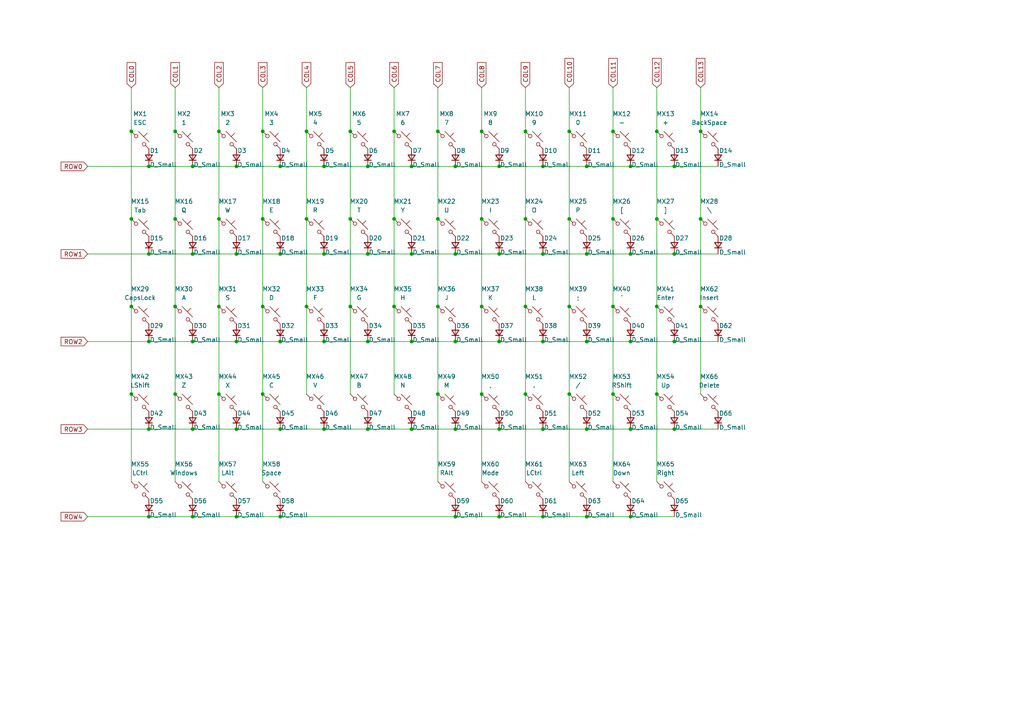
<source format=kicad_sch>
(kicad_sch (version 20231120) (generator "eeschema") (generator_version "8.0")
  (paper "A4")
  (junction (at 132.08 149.86))
  (junction (at 195.58 99.06))
  (junction (at 76.2 114.3))
  (junction (at 101.6 63.5))
  (junction (at 38.1 63.5))
  (junction (at 170.18 124.46))
  (junction (at 50.8 38.1))
  (junction (at 81.28 124.46))
  (junction (at 182.88 73.66))
  (junction (at 127 114.3))
  (junction (at 119.38 124.46))
  (junction (at 101.6 88.9))
  (junction (at 139.7 114.3))
  (junction (at 139.7 38.1))
  (junction (at 81.28 73.66))
  (junction (at 119.38 73.66))
  (junction (at 170.18 99.06))
  (junction (at 165.1 88.9))
  (junction (at 190.5 63.5))
  (junction (at 55.88 99.06))
  (junction (at 106.68 124.46))
  (junction (at 170.18 73.66))
  (junction (at 152.4 88.9))
  (junction (at 68.58 73.66))
  (junction (at 114.3 38.1))
  (junction (at 139.7 88.9))
  (junction (at 81.28 149.86))
  (junction (at 132.08 124.46))
  (junction (at 76.2 63.5))
  (junction (at 165.1 114.3))
  (junction (at 177.8 38.1))
  (junction (at 50.8 63.5))
  (junction (at 165.1 38.1))
  (junction (at 43.18 149.86))
  (junction (at 144.78 48.26))
  (junction (at 182.88 99.06))
  (junction (at 106.68 99.06))
  (junction (at 55.88 124.46))
  (junction (at 203.2 63.5))
  (junction (at 93.98 48.26))
  (junction (at 144.78 73.66))
  (junction (at 43.18 124.46))
  (junction (at 157.48 99.06))
  (junction (at 132.08 48.26))
  (junction (at 177.8 88.9))
  (junction (at 195.58 73.66))
  (junction (at 38.1 114.3))
  (junction (at 76.2 38.1))
  (junction (at 38.1 38.1))
  (junction (at 152.4 38.1))
  (junction (at 182.88 48.26))
  (junction (at 55.88 149.86))
  (junction (at 170.18 149.86))
  (junction (at 127 38.1))
  (junction (at 68.58 48.26))
  (junction (at 190.5 38.1))
  (junction (at 182.88 124.46))
  (junction (at 38.1 88.9))
  (junction (at 63.5 38.1))
  (junction (at 43.18 73.66))
  (junction (at 76.2 88.9))
  (junction (at 132.08 99.06))
  (junction (at 55.88 73.66))
  (junction (at 114.3 88.9))
  (junction (at 139.7 63.5))
  (junction (at 144.78 124.46))
  (junction (at 93.98 124.46))
  (junction (at 81.28 48.26))
  (junction (at 177.8 63.5))
  (junction (at 195.58 124.46))
  (junction (at 106.68 73.66))
  (junction (at 119.38 99.06))
  (junction (at 101.6 38.1))
  (junction (at 50.8 114.3))
  (junction (at 55.88 48.26))
  (junction (at 68.58 149.86))
  (junction (at 152.4 114.3))
  (junction (at 81.28 99.06))
  (junction (at 195.58 48.26))
  (junction (at 144.78 99.06))
  (junction (at 43.18 48.26))
  (junction (at 68.58 124.46))
  (junction (at 106.68 48.26))
  (junction (at 177.8 114.3))
  (junction (at 88.9 38.1))
  (junction (at 157.48 73.66))
  (junction (at 190.5 88.9))
  (junction (at 132.08 73.66))
  (junction (at 50.8 88.9))
  (junction (at 63.5 63.5))
  (junction (at 63.5 114.3))
  (junction (at 68.58 99.06))
  (junction (at 157.48 48.26))
  (junction (at 203.2 88.9))
  (junction (at 88.9 88.9))
  (junction (at 190.5 114.3))
  (junction (at 170.18 48.26))
  (junction (at 165.1 63.5))
  (junction (at 114.3 63.5))
  (junction (at 144.78 149.86))
  (junction (at 119.38 48.26))
  (junction (at 43.18 99.06))
  (junction (at 203.2 38.1))
  (junction (at 93.98 73.66))
  (junction (at 157.48 149.86))
  (junction (at 88.9 63.5))
  (junction (at 127 63.5))
  (junction (at 182.88 149.86))
  (junction (at 63.5 88.9))
  (junction (at 152.4 63.5))
  (junction (at 157.48 124.46))
  (junction (at 93.98 99.06))
  (junction (at 127 88.9))
  (wire (pts (xy 114.3 63.5) (xy 114.3 88.9)))
  (wire (pts (xy 182.88 73.66) (xy 195.58 73.66)))
  (wire (pts (xy 182.88 149.86) (xy 195.58 149.86)))
  (wire (pts (xy 106.68 73.66) (xy 119.38 73.66)))
  (wire (pts (xy 195.58 124.46) (xy 208.28 124.46)))
  (wire (pts (xy 63.5 38.1) (xy 63.5 63.5)))
  (wire (pts (xy 144.78 73.66) (xy 157.48 73.66)))
  (wire (pts (xy 139.7 88.9) (xy 139.7 114.3)))
  (wire (pts (xy 38.1 88.9) (xy 38.1 114.3)))
  (wire (pts (xy 190.5 88.9) (xy 190.5 114.3)))
  (wire (pts (xy 50.8 114.3) (xy 50.8 139.7)))
  (wire (pts (xy 127 38.1) (xy 127 63.5)))
  (wire (pts (xy 25.4 48.26) (xy 43.18 48.26)))
  (wire (pts (xy 203.2 88.9) (xy 203.2 114.3)))
  (wire (pts (xy 50.8 25.4) (xy 50.8 38.1)))
  (wire (pts (xy 195.58 48.26) (xy 208.28 48.26)))
  (wire (pts (xy 170.18 48.26) (xy 182.88 48.26)))
  (wire (pts (xy 132.08 48.26) (xy 144.78 48.26)))
  (wire (pts (xy 203.2 63.5) (xy 203.2 88.9)))
  (wire (pts (xy 101.6 88.9) (xy 101.6 114.3)))
  (wire (pts (xy 139.7 63.5) (xy 139.7 88.9)))
  (wire (pts (xy 68.58 73.66) (xy 81.28 73.66)))
  (wire (pts (xy 38.1 114.3) (xy 38.1 139.7)))
  (wire (pts (xy 68.58 99.06) (xy 81.28 99.06)))
  (wire (pts (xy 157.48 73.66) (xy 170.18 73.66)))
  (wire (pts (xy 50.8 63.5) (xy 50.8 88.9)))
  (wire (pts (xy 114.3 88.9) (xy 114.3 114.3)))
  (wire (pts (xy 182.88 99.06) (xy 195.58 99.06)))
  (wire (pts (xy 93.98 124.46) (xy 106.68 124.46)))
  (wire (pts (xy 38.1 63.5) (xy 38.1 88.9)))
  (wire (pts (xy 144.78 99.06) (xy 157.48 99.06)))
  (wire (pts (xy 43.18 73.66) (xy 55.88 73.66)))
  (wire (pts (xy 76.2 114.3) (xy 76.2 139.7)))
  (wire (pts (xy 106.68 124.46) (xy 119.38 124.46)))
  (wire (pts (xy 43.18 124.46) (xy 55.88 124.46)))
  (wire (pts (xy 165.1 38.1) (xy 165.1 63.5)))
  (wire (pts (xy 139.7 114.3) (xy 139.7 139.7)))
  (wire (pts (xy 165.1 114.3) (xy 165.1 139.7)))
  (wire (pts (xy 144.78 48.26) (xy 157.48 48.26)))
  (wire (pts (xy 170.18 124.46) (xy 182.88 124.46)))
  (wire (pts (xy 170.18 99.06) (xy 182.88 99.06)))
  (wire (pts (xy 106.68 48.26) (xy 119.38 48.26)))
  (wire (pts (xy 25.4 99.06) (xy 43.18 99.06)))
  (wire (pts (xy 165.1 63.5) (xy 165.1 88.9)))
  (wire (pts (xy 127 88.9) (xy 127 114.3)))
  (wire (pts (xy 38.1 38.1) (xy 38.1 63.5)))
  (wire (pts (xy 55.88 149.86) (xy 68.58 149.86)))
  (wire (pts (xy 25.4 73.66) (xy 43.18 73.66)))
  (wire (pts (xy 195.58 73.66) (xy 208.28 73.66)))
  (wire (pts (xy 81.28 73.66) (xy 93.98 73.66)))
  (wire (pts (xy 63.5 114.3) (xy 63.5 139.7)))
  (wire (pts (xy 68.58 124.46) (xy 81.28 124.46)))
  (wire (pts (xy 50.8 38.1) (xy 50.8 63.5)))
  (wire (pts (xy 93.98 99.06) (xy 106.68 99.06)))
  (wire (pts (xy 68.58 48.26) (xy 81.28 48.26)))
  (wire (pts (xy 43.18 99.06) (xy 55.88 99.06)))
  (wire (pts (xy 203.2 38.1) (xy 203.2 63.5)))
  (wire (pts (xy 114.3 25.4) (xy 114.3 38.1)))
  (wire (pts (xy 88.9 88.9) (xy 88.9 114.3)))
  (wire (pts (xy 93.98 73.66) (xy 106.68 73.66)))
  (wire (pts (xy 88.9 63.5) (xy 88.9 88.9)))
  (wire (pts (xy 195.58 99.06) (xy 208.28 99.06)))
  (wire (pts (xy 190.5 114.3) (xy 190.5 139.7)))
  (wire (pts (xy 152.4 25.4) (xy 152.4 38.1)))
  (wire (pts (xy 152.4 114.3) (xy 152.4 139.7)))
  (wire (pts (xy 101.6 63.5) (xy 101.6 88.9)))
  (wire (pts (xy 132.08 73.66) (xy 144.78 73.66)))
  (wire (pts (xy 165.1 88.9) (xy 165.1 114.3)))
  (wire (pts (xy 177.8 88.9) (xy 177.8 114.3)))
  (wire (pts (xy 119.38 99.06) (xy 132.08 99.06)))
  (wire (pts (xy 76.2 63.5) (xy 76.2 88.9)))
  (wire (pts (xy 119.38 73.66) (xy 132.08 73.66)))
  (wire (pts (xy 157.48 99.06) (xy 170.18 99.06)))
  (wire (pts (xy 139.7 25.4) (xy 139.7 38.1)))
  (wire (pts (xy 157.48 48.26) (xy 170.18 48.26)))
  (wire (pts (xy 55.88 99.06) (xy 68.58 99.06)))
  (wire (pts (xy 119.38 48.26) (xy 132.08 48.26)))
  (wire (pts (xy 165.1 25.4) (xy 165.1 38.1)))
  (wire (pts (xy 81.28 99.06) (xy 93.98 99.06)))
  (wire (pts (xy 152.4 38.1) (xy 152.4 63.5)))
  (wire (pts (xy 43.18 48.26) (xy 55.88 48.26)))
  (wire (pts (xy 25.4 149.86) (xy 43.18 149.86)))
  (wire (pts (xy 76.2 88.9) (xy 76.2 114.3)))
  (wire (pts (xy 81.28 48.26) (xy 93.98 48.26)))
  (wire (pts (xy 132.08 149.86) (xy 144.78 149.86)))
  (wire (pts (xy 81.28 149.86) (xy 132.08 149.86)))
  (wire (pts (xy 25.4 124.46) (xy 43.18 124.46)))
  (wire (pts (xy 63.5 63.5) (xy 63.5 88.9)))
  (wire (pts (xy 182.88 48.26) (xy 195.58 48.26)))
  (wire (pts (xy 55.88 48.26) (xy 68.58 48.26)))
  (wire (pts (xy 157.48 124.46) (xy 170.18 124.46)))
  (wire (pts (xy 63.5 88.9) (xy 63.5 114.3)))
  (wire (pts (xy 190.5 25.4) (xy 190.5 38.1)))
  (wire (pts (xy 101.6 38.1) (xy 101.6 63.5)))
  (wire (pts (xy 139.7 38.1) (xy 139.7 63.5)))
  (wire (pts (xy 190.5 38.1) (xy 190.5 63.5)))
  (wire (pts (xy 132.08 124.46) (xy 144.78 124.46)))
  (wire (pts (xy 152.4 63.5) (xy 152.4 88.9)))
  (wire (pts (xy 170.18 73.66) (xy 182.88 73.66)))
  (wire (pts (xy 43.18 149.86) (xy 55.88 149.86)))
  (wire (pts (xy 144.78 124.46) (xy 157.48 124.46)))
  (wire (pts (xy 177.8 63.5) (xy 177.8 88.9)))
  (wire (pts (xy 152.4 88.9) (xy 152.4 114.3)))
  (wire (pts (xy 127 25.4) (xy 127 38.1)))
  (wire (pts (xy 127 114.3) (xy 127 139.7)))
  (wire (pts (xy 127 63.5) (xy 127 88.9)))
  (wire (pts (xy 182.88 124.46) (xy 195.58 124.46)))
  (wire (pts (xy 132.08 99.06) (xy 144.78 99.06)))
  (wire (pts (xy 81.28 124.46) (xy 93.98 124.46)))
  (wire (pts (xy 106.68 99.06) (xy 119.38 99.06)))
  (wire (pts (xy 144.78 149.86) (xy 157.48 149.86)))
  (wire (pts (xy 55.88 73.66) (xy 68.58 73.66)))
  (wire (pts (xy 88.9 38.1) (xy 88.9 63.5)))
  (wire (pts (xy 38.1 25.4) (xy 38.1 38.1)))
  (wire (pts (xy 76.2 38.1) (xy 76.2 63.5)))
  (wire (pts (xy 76.2 25.4) (xy 76.2 38.1)))
  (wire (pts (xy 68.58 149.86) (xy 81.28 149.86)))
  (wire (pts (xy 55.88 124.46) (xy 68.58 124.46)))
  (wire (pts (xy 119.38 124.46) (xy 132.08 124.46)))
  (wire (pts (xy 177.8 38.1) (xy 177.8 63.5)))
  (wire (pts (xy 170.18 149.86) (xy 182.88 149.86)))
  (wire (pts (xy 50.8 88.9) (xy 50.8 114.3)))
  (wire (pts (xy 88.9 25.4) (xy 88.9 38.1)))
  (wire (pts (xy 157.48 149.86) (xy 170.18 149.86)))
  (wire (pts (xy 203.2 25.4) (xy 203.2 38.1)))
  (wire (pts (xy 177.8 25.4) (xy 177.8 38.1)))
  (wire (pts (xy 114.3 38.1) (xy 114.3 63.5)))
  (wire (pts (xy 190.5 63.5) (xy 190.5 88.9)))
  (wire (pts (xy 101.6 25.4) (xy 101.6 38.1)))
  (wire (pts (xy 63.5 25.4) (xy 63.5 38.1)))
  (wire (pts (xy 93.98 48.26) (xy 106.68 48.26)))
  (wire (pts (xy 177.8 114.3) (xy 177.8 139.7)))
  (global_label "ROW0" (shape input) (at 25.4 48.26 180) (property "Intersheetrefs" "${INTERSHEET_REFS}" (effects (hide yes))))
  (global_label "COL12" (shape input) (at 190.5 25.4 90) (property "Intersheetrefs" "${INTERSHEET_REFS}" (effects (hide yes))))
  (global_label "COL1" (shape input) (at 50.8 25.4 90) (property "Intersheetrefs" "${INTERSHEET_REFS}" (effects (hide yes))))
  (global_label "ROW3" (shape input) (at 25.4 124.46 180) (property "Intersheetrefs" "${INTERSHEET_REFS}" (effects (hide yes))))
  (global_label "COL2" (shape input) (at 63.5 25.4 90) (property "Intersheetrefs" "${INTERSHEET_REFS}" (effects (hide yes))))
  (global_label "ROW2" (shape input) (at 25.4 99.06 180) (property "Intersheetrefs" "${INTERSHEET_REFS}" (effects (hide yes))))
  (global_label "COL7" (shape input) (at 127 25.4 90) (property "Intersheetrefs" "${INTERSHEET_REFS}" (effects (hide yes))))
  (global_label "COL8" (shape input) (at 139.7 25.4 90) (property "Intersheetrefs" "${INTERSHEET_REFS}" (effects (hide yes))))
  (global_label "COL13" (shape input) (at 203.2 25.4 90) (property "Intersheetrefs" "${INTERSHEET_REFS}" (effects (hide yes))))
  (global_label "ROW1" (shape input) (at 25.4 73.66 180) (property "Intersheetrefs" "${INTERSHEET_REFS}" (effects (hide yes))))
  (global_label "COL9" (shape input) (at 152.4 25.4 90) (property "Intersheetrefs" "${INTERSHEET_REFS}" (effects (hide yes))))
  (global_label "ROW4" (shape input) (at 25.4 149.86 180) (property "Intersheetrefs" "${INTERSHEET_REFS}" (effects (hide yes))))
  (global_label "COL3" (shape input) (at 76.2 25.4 90) (property "Intersheetrefs" "${INTERSHEET_REFS}" (effects (hide yes))))
  (global_label "COL10" (shape input) (at 165.1 25.4 90) (property "Intersheetrefs" "${INTERSHEET_REFS}" (effects (hide yes))))
  (global_label "COL5" (shape input) (at 101.6 25.4 90) (property "Intersheetrefs" "${INTERSHEET_REFS}" (effects (hide yes))))
  (global_label "COL6" (shape input) (at 114.3 25.4 90) (property "Intersheetrefs" "${INTERSHEET_REFS}" (effects (hide yes))))
  (global_label "COL11" (shape input) (at 177.8 25.4 90) (property "Intersheetrefs" "${INTERSHEET_REFS}" (effects (hide yes))))
  (global_label "COL0" (shape input) (at 38.1 25.4 90) (property "Intersheetrefs" "${INTERSHEET_REFS}" (effects (hide yes))))
  (global_label "COL4" (shape input) (at 88.9 25.4 90) (property "Intersheetrefs" "${INTERSHEET_REFS}" (effects (hide yes))))
  (symbol (lib_id "mechanical_keyboard:D_Small") (at 93.98 45.72 90) (unit 1)
    (property "Reference" "D5" (at 94.234 43.688 90) (effects (justify right)))
    (property "Value" "D_Small" (at 94.234 47.752 90) (effects (justify right)))
    (property "Footprint" "mechanical_keyboard:D_0402_1005Metric" (effects (hide yes)))
    (property "Description" "Diode, small symbol" (effects (hide yes)))
    (property "Sim.Device" "D" (effects (hide yes)))
    (property "Sim.Pins" "1=K 2=A" (effects (hide yes)))
  )
  (symbol (lib_id "mechanical_keyboard:D_Small") (at 119.38 96.52 90) (unit 1)
    (property "Reference" "D35" (at 119.634 94.488 90) (effects (justify right)))
    (property "Value" "D_Small" (at 119.634 98.552 90) (effects (justify right)))
    (property "Footprint" "mechanical_keyboard:D_0402_1005Metric" (effects (hide yes)))
    (property "Description" "Diode, small symbol" (effects (hide yes)))
    (property "Sim.Device" "D" (effects (hide yes)))
    (property "Sim.Pins" "1=K 2=A" (effects (hide yes)))
  )
  (symbol (lib_id "mechanical_keyboard:D_Small") (at 132.08 147.32 90) (unit 1)
    (property "Reference" "D59" (at 132.334 145.288 90) (effects (justify right)))
    (property "Value" "D_Small" (at 132.334 149.352 90) (effects (justify right)))
    (property "Footprint" "mechanical_keyboard:D_0402_1005Metric" (effects (hide yes)))
    (property "Description" "Diode, small symbol" (effects (hide yes)))
    (property "Sim.Device" "D" (effects (hide yes)))
    (property "Sim.Pins" "1=K 2=A" (effects (hide yes)))
  )
  (symbol (lib_id "mechanical_keyboard:D_Small") (at 68.58 71.12 90) (unit 1)
    (property "Reference" "D17" (at 68.834 69.088 90) (effects (justify right)))
    (property "Value" "D_Small" (at 68.834 73.152 90) (effects (justify right)))
    (property "Footprint" "mechanical_keyboard:D_0402_1005Metric" (effects (hide yes)))
    (property "Description" "Diode, small symbol" (effects (hide yes)))
    (property "Sim.Device" "D" (effects (hide yes)))
    (property "Sim.Pins" "1=K 2=A" (effects (hide yes)))
  )
  (symbol (lib_id "mechanical_keyboard:D_Small") (at 157.48 147.32 90) (unit 1)
    (property "Reference" "D61" (at 157.734 145.288 90) (effects (justify right)))
    (property "Value" "D_Small" (at 157.734 149.352 90) (effects (justify right)))
    (property "Footprint" "mechanical_keyboard:D_0402_1005Metric" (effects (hide yes)))
    (property "Description" "Diode, small symbol" (effects (hide yes)))
    (property "Sim.Device" "D" (effects (hide yes)))
    (property "Sim.Pins" "1=K 2=A" (effects (hide yes)))
  )
  (symbol (lib_id "mechanical_keyboard:MX_SW_solder") (at 40.64 66.04 0) (unit 1)
    (property "Reference" "MX15" (at 40.64 58.42 0))
    (property "Value" "Tab" (at 40.64 60.96 0))
    (property "Footprint" "mechanical_keyboard:SW_Cherry_MX_1.00u_PCB" (effects (hide yes)))
    (property "Description" "Push button switch, normally open, two pins, 45° tilted" (effects (hide yes)))
  )
  (symbol (lib_id "mechanical_keyboard:MX_SW_solder") (at 116.84 40.64 0) (unit 1)
    (property "Reference" "MX7" (at 116.84 33.02 0))
    (property "Value" "6" (at 116.84 35.56 0))
    (property "Footprint" "mechanical_keyboard:SW_Cherry_MX_1.00u_PCB" (effects (hide yes)))
    (property "Description" "Push button switch, normally open, two pins, 45° tilted" (effects (hide yes)))
  )
  (symbol (lib_id "mechanical_keyboard:D_Small") (at 93.98 121.92 90) (unit 1)
    (property "Reference" "D46" (at 94.234 119.888 90) (effects (justify right)))
    (property "Value" "D_Small" (at 94.234 123.952 90) (effects (justify right)))
    (property "Footprint" "mechanical_keyboard:D_0402_1005Metric" (effects (hide yes)))
    (property "Description" "Diode, small symbol" (effects (hide yes)))
    (property "Sim.Device" "D" (effects (hide yes)))
    (property "Sim.Pins" "1=K 2=A" (effects (hide yes)))
  )
  (symbol (lib_id "mechanical_keyboard:MX_SW_solder") (at 116.84 66.04 0) (unit 1)
    (property "Reference" "MX21" (at 116.84 58.42 0))
    (property "Value" "Y" (at 116.84 60.96 0))
    (property "Footprint" "mechanical_keyboard:SW_Cherry_MX_1.00u_PCB" (effects (hide yes)))
    (property "Description" "Push button switch, normally open, two pins, 45° tilted" (effects (hide yes)))
  )
  (symbol (lib_id "mechanical_keyboard:D_Small") (at 208.28 71.12 90) (unit 1)
    (property "Reference" "D28" (at 208.534 69.088 90) (effects (justify right)))
    (property "Value" "D_Small" (at 208.534 73.152 90) (effects (justify right)))
    (property "Footprint" "mechanical_keyboard:D_0402_1005Metric" (effects (hide yes)))
    (property "Description" "Diode, small symbol" (effects (hide yes)))
    (property "Sim.Device" "D" (effects (hide yes)))
    (property "Sim.Pins" "1=K 2=A" (effects (hide yes)))
  )
  (symbol (lib_id "mechanical_keyboard:MX_SW_solder") (at 104.14 91.44 0) (unit 1)
    (property "Reference" "MX34" (at 104.14 83.82 0))
    (property "Value" "G" (at 104.14 86.36 0))
    (property "Footprint" "mechanical_keyboard:SW_Cherry_MX_1.00u_PCB" (effects (hide yes)))
    (property "Description" "Push button switch, normally open, two pins, 45° tilted" (effects (hide yes)))
  )
  (symbol (lib_id "mechanical_keyboard:D_Small") (at 132.08 71.12 90) (unit 1)
    (property "Reference" "D22" (at 132.334 69.088 90) (effects (justify right)))
    (property "Value" "D_Small" (at 132.334 73.152 90) (effects (justify right)))
    (property "Footprint" "mechanical_keyboard:D_0402_1005Metric" (effects (hide yes)))
    (property "Description" "Diode, small symbol" (effects (hide yes)))
    (property "Sim.Device" "D" (effects (hide yes)))
    (property "Sim.Pins" "1=K 2=A" (effects (hide yes)))
  )
  (symbol (lib_id "mechanical_keyboard:D_Small") (at 132.08 45.72 90) (unit 1)
    (property "Reference" "D8" (at 132.334 43.688 90) (effects (justify right)))
    (property "Value" "D_Small" (at 132.334 47.752 90) (effects (justify right)))
    (property "Footprint" "mechanical_keyboard:D_0402_1005Metric" (effects (hide yes)))
    (property "Description" "Diode, small symbol" (effects (hide yes)))
    (property "Sim.Device" "D" (effects (hide yes)))
    (property "Sim.Pins" "1=K 2=A" (effects (hide yes)))
  )
  (symbol (lib_id "mechanical_keyboard:MX_SW_solder") (at 78.74 91.44 0) (unit 1)
    (property "Reference" "MX32" (at 78.74 83.82 0))
    (property "Value" "D" (at 78.74 86.36 0))
    (property "Footprint" "mechanical_keyboard:SW_Cherry_MX_1.00u_PCB" (effects (hide yes)))
    (property "Description" "Push button switch, normally open, two pins, 45° tilted" (effects (hide yes)))
  )
  (symbol (lib_id "mechanical_keyboard:MX_SW_solder") (at 129.54 66.04 0) (unit 1)
    (property "Reference" "MX22" (at 129.54 58.42 0))
    (property "Value" "U" (at 129.54 60.96 0))
    (property "Footprint" "mechanical_keyboard:SW_Cherry_MX_1.00u_PCB" (effects (hide yes)))
    (property "Description" "Push button switch, normally open, two pins, 45° tilted" (effects (hide yes)))
  )
  (symbol (lib_id "mechanical_keyboard:D_Small") (at 81.28 71.12 90) (unit 1)
    (property "Reference" "D18" (at 81.534 69.088 90) (effects (justify right)))
    (property "Value" "D_Small" (at 81.534 73.152 90) (effects (justify right)))
    (property "Footprint" "mechanical_keyboard:D_0402_1005Metric" (effects (hide yes)))
    (property "Description" "Diode, small symbol" (effects (hide yes)))
    (property "Sim.Device" "D" (effects (hide yes)))
    (property "Sim.Pins" "1=K 2=A" (effects (hide yes)))
  )
  (symbol (lib_id "mechanical_keyboard:D_Small") (at 170.18 121.92 90) (unit 1)
    (property "Reference" "D52" (at 170.434 119.888 90) (effects (justify right)))
    (property "Value" "D_Small" (at 170.434 123.952 90) (effects (justify right)))
    (property "Footprint" "mechanical_keyboard:D_0402_1005Metric" (effects (hide yes)))
    (property "Description" "Diode, small symbol" (effects (hide yes)))
    (property "Sim.Device" "D" (effects (hide yes)))
    (property "Sim.Pins" "1=K 2=A" (effects (hide yes)))
  )
  (symbol (lib_id "mechanical_keyboard:D_Small") (at 119.38 71.12 90) (unit 1)
    (property "Reference" "D21" (at 119.634 69.088 90) (effects (justify right)))
    (property "Value" "D_Small" (at 119.634 73.152 90) (effects (justify right)))
    (property "Footprint" "mechanical_keyboard:D_0402_1005Metric" (effects (hide yes)))
    (property "Description" "Diode, small symbol" (effects (hide yes)))
    (property "Sim.Device" "D" (effects (hide yes)))
    (property "Sim.Pins" "1=K 2=A" (effects (hide yes)))
  )
  (symbol (lib_id "mechanical_keyboard:D_Small") (at 43.18 96.52 90) (unit 1)
    (property "Reference" "D29" (at 43.434 94.488 90) (effects (justify right)))
    (property "Value" "D_Small" (at 43.434 98.552 90) (effects (justify right)))
    (property "Footprint" "mechanical_keyboard:D_0402_1005Metric" (effects (hide yes)))
    (property "Description" "Diode, small symbol" (effects (hide yes)))
    (property "Sim.Device" "D" (effects (hide yes)))
    (property "Sim.Pins" "1=K 2=A" (effects (hide yes)))
  )
  (symbol (lib_id "mechanical_keyboard:D_Small") (at 119.38 45.72 90) (unit 1)
    (property "Reference" "D7" (at 119.634 43.688 90) (effects (justify right)))
    (property "Value" "D_Small" (at 119.634 47.752 90) (effects (justify right)))
    (property "Footprint" "mechanical_keyboard:D_0402_1005Metric" (effects (hide yes)))
    (property "Description" "Diode, small symbol" (effects (hide yes)))
    (property "Sim.Device" "D" (effects (hide yes)))
    (property "Sim.Pins" "1=K 2=A" (effects (hide yes)))
  )
  (symbol (lib_id "mechanical_keyboard:MX_SW_solder") (at 53.34 40.64 0) (unit 1)
    (property "Reference" "MX2" (at 53.34 33.02 0))
    (property "Value" "1" (at 53.34 35.56 0))
    (property "Footprint" "mechanical_keyboard:SW_Cherry_MX_1.00u_PCB" (effects (hide yes)))
    (property "Description" "Push button switch, normally open, two pins, 45° tilted" (effects (hide yes)))
  )
  (symbol (lib_id "mechanical_keyboard:D_Small") (at 119.38 121.92 90) (unit 1)
    (property "Reference" "D48" (at 119.634 119.888 90) (effects (justify right)))
    (property "Value" "D_Small" (at 119.634 123.952 90) (effects (justify right)))
    (property "Footprint" "mechanical_keyboard:D_0402_1005Metric" (effects (hide yes)))
    (property "Description" "Diode, small symbol" (effects (hide yes)))
    (property "Sim.Device" "D" (effects (hide yes)))
    (property "Sim.Pins" "1=K 2=A" (effects (hide yes)))
  )
  (symbol (lib_id "mechanical_keyboard:D_Small") (at 68.58 96.52 90) (unit 1)
    (property "Reference" "D31" (at 68.834 94.488 90) (effects (justify right)))
    (property "Value" "D_Small" (at 68.834 98.552 90) (effects (justify right)))
    (property "Footprint" "mechanical_keyboard:D_0402_1005Metric" (effects (hide yes)))
    (property "Description" "Diode, small symbol" (effects (hide yes)))
    (property "Sim.Device" "D" (effects (hide yes)))
    (property "Sim.Pins" "1=K 2=A" (effects (hide yes)))
  )
  (symbol (lib_id "mechanical_keyboard:D_Small") (at 106.68 71.12 90) (unit 1)
    (property "Reference" "D20" (at 106.934 69.088 90) (effects (justify right)))
    (property "Value" "D_Small" (at 106.934 73.152 90) (effects (justify right)))
    (property "Footprint" "mechanical_keyboard:D_0402_1005Metric" (effects (hide yes)))
    (property "Description" "Diode, small symbol" (effects (hide yes)))
    (property "Sim.Device" "D" (effects (hide yes)))
    (property "Sim.Pins" "1=K 2=A" (effects (hide yes)))
  )
  (symbol (lib_id "mechanical_keyboard:MX_SW_solder") (at 167.64 66.04 0) (unit 1)
    (property "Reference" "MX25" (at 167.64 58.42 0))
    (property "Value" "P" (at 167.64 60.96 0))
    (property "Footprint" "mechanical_keyboard:SW_Cherry_MX_1.00u_PCB" (effects (hide yes)))
    (property "Description" "Push button switch, normally open, two pins, 45° tilted" (effects (hide yes)))
  )
  (symbol (lib_id "mechanical_keyboard:MX_SW_solder") (at 205.74 91.44 0) (unit 1)
    (property "Reference" "MX62" (at 205.74 83.82 0))
    (property "Value" "Insert" (at 205.74 86.36 0))
    (property "Footprint" "mechanical_keyboard:SW_Cherry_MX_1.00u_PCB" (effects (hide yes)))
    (property "Description" "Push button switch, normally open, two pins, 45° tilted" (effects (hide yes)))
  )
  (symbol (lib_id "mechanical_keyboard:MX_SW_solder") (at 91.44 116.84 0) (unit 1)
    (property "Reference" "MX46" (at 91.44 109.22 0))
    (property "Value" "V" (at 91.44 111.76 0))
    (property "Footprint" "mechanical_keyboard:SW_Cherry_MX_1.00u_PCB" (effects (hide yes)))
    (property "Description" "Push button switch, normally open, two pins, 45° tilted" (effects (hide yes)))
  )
  (symbol (lib_id "mechanical_keyboard:D_Small") (at 43.18 71.12 90) (unit 1)
    (property "Reference" "D15" (at 43.434 69.088 90) (effects (justify right)))
    (property "Value" "D_Small" (at 43.434 73.152 90) (effects (justify right)))
    (property "Footprint" "mechanical_keyboard:D_0402_1005Metric" (effects (hide yes)))
    (property "Description" "Diode, small symbol" (effects (hide yes)))
    (property "Sim.Device" "D" (effects (hide yes)))
    (property "Sim.Pins" "1=K 2=A" (effects (hide yes)))
  )
  (symbol (lib_id "mechanical_keyboard:D_Small") (at 55.88 45.72 90) (unit 1)
    (property "Reference" "D2" (at 56.134 43.688 90) (effects (justify right)))
    (property "Value" "D_Small" (at 56.134 47.752 90) (effects (justify right)))
    (property "Footprint" "mechanical_keyboard:D_0402_1005Metric" (effects (hide yes)))
    (property "Description" "Diode, small symbol" (effects (hide yes)))
    (property "Sim.Device" "D" (effects (hide yes)))
    (property "Sim.Pins" "1=K 2=A" (effects (hide yes)))
  )
  (symbol (lib_id "mechanical_keyboard:D_Small") (at 144.78 45.72 90) (unit 1)
    (property "Reference" "D9" (at 145.034 43.688 90) (effects (justify right)))
    (property "Value" "D_Small" (at 145.034 47.752 90) (effects (justify right)))
    (property "Footprint" "mechanical_keyboard:D_0402_1005Metric" (effects (hide yes)))
    (property "Description" "Diode, small symbol" (effects (hide yes)))
    (property "Sim.Device" "D" (effects (hide yes)))
    (property "Sim.Pins" "1=K 2=A" (effects (hide yes)))
  )
  (symbol (lib_id "mechanical_keyboard:D_Small") (at 182.88 121.92 90) (unit 1)
    (property "Reference" "D53" (at 183.134 119.888 90) (effects (justify right)))
    (property "Value" "D_Small" (at 183.134 123.952 90) (effects (justify right)))
    (property "Footprint" "mechanical_keyboard:D_0402_1005Metric" (effects (hide yes)))
    (property "Description" "Diode, small symbol" (effects (hide yes)))
    (property "Sim.Device" "D" (effects (hide yes)))
    (property "Sim.Pins" "1=K 2=A" (effects (hide yes)))
  )
  (symbol (lib_id "mechanical_keyboard:MX_SW_solder") (at 167.64 116.84 0) (unit 1)
    (property "Reference" "MX52" (at 167.64 109.22 0))
    (property "Value" "/" (at 167.64 111.76 0))
    (property "Footprint" "mechanical_keyboard:SW_Cherry_MX_1.00u_PCB" (effects (hide yes)))
    (property "Description" "Push button switch, normally open, two pins, 45° tilted" (effects (hide yes)))
  )
  (symbol (lib_id "mechanical_keyboard:MX_SW_solder") (at 167.64 91.44 0) (unit 1)
    (property "Reference" "MX39" (at 167.64 83.82 0))
    (property "Value" ";" (at 167.64 86.36 0))
    (property "Footprint" "mechanical_keyboard:SW_Cherry_MX_1.00u_PCB" (effects (hide yes)))
    (property "Description" "Push button switch, normally open, two pins, 45° tilted" (effects (hide yes)))
  )
  (symbol (lib_id "mechanical_keyboard:MX_SW_solder") (at 180.34 66.04 0) (unit 1)
    (property "Reference" "MX26" (at 180.34 58.42 0))
    (property "Value" "[" (at 180.34 60.96 0))
    (property "Footprint" "mechanical_keyboard:SW_Cherry_MX_1.00u_PCB" (effects (hide yes)))
    (property "Description" "Push button switch, normally open, two pins, 45° tilted" (effects (hide yes)))
  )
  (symbol (lib_id "mechanical_keyboard:MX_SW_solder") (at 129.54 142.24 0) (unit 1)
    (property "Reference" "MX59" (at 129.54 134.62 0))
    (property "Value" "RAlt" (at 129.54 137.16 0))
    (property "Footprint" "mechanical_keyboard:SW_Cherry_MX_1.00u_PCB" (effects (hide yes)))
    (property "Description" "Push button switch, normally open, two pins, 45° tilted" (effects (hide yes)))
  )
  (symbol (lib_id "mechanical_keyboard:MX_SW_solder") (at 116.84 116.84 0) (unit 1)
    (property "Reference" "MX48" (at 116.84 109.22 0))
    (property "Value" "N" (at 116.84 111.76 0))
    (property "Footprint" "mechanical_keyboard:SW_Cherry_MX_1.00u_PCB" (effects (hide yes)))
    (property "Description" "Push button switch, normally open, two pins, 45° tilted" (effects (hide yes)))
  )
  (symbol (lib_id "mechanical_keyboard:D_Small") (at 170.18 96.52 90) (unit 1)
    (property "Reference" "D39" (at 170.434 94.488 90) (effects (justify right)))
    (property "Value" "D_Small" (at 170.434 98.552 90) (effects (justify right)))
    (property "Footprint" "mechanical_keyboard:D_0402_1005Metric" (effects (hide yes)))
    (property "Description" "Diode, small symbol" (effects (hide yes)))
    (property "Sim.Device" "D" (effects (hide yes)))
    (property "Sim.Pins" "1=K 2=A" (effects (hide yes)))
  )
  (symbol (lib_id "mechanical_keyboard:D_Small") (at 81.28 45.72 90) (unit 1)
    (property "Reference" "D4" (at 81.534 43.688 90) (effects (justify right)))
    (property "Value" "D_Small" (at 81.534 47.752 90) (effects (justify right)))
    (property "Footprint" "mechanical_keyboard:D_0402_1005Metric" (effects (hide yes)))
    (property "Description" "Diode, small symbol" (effects (hide yes)))
    (property "Sim.Device" "D" (effects (hide yes)))
    (property "Sim.Pins" "1=K 2=A" (effects (hide yes)))
  )
  (symbol (lib_id "mechanical_keyboard:D_Small") (at 132.08 96.52 90) (unit 1)
    (property "Reference" "D36" (at 132.334 94.488 90) (effects (justify right)))
    (property "Value" "D_Small" (at 132.334 98.552 90) (effects (justify right)))
    (property "Footprint" "mechanical_keyboard:D_0402_1005Metric" (effects (hide yes)))
    (property "Description" "Diode, small symbol" (effects (hide yes)))
    (property "Sim.Device" "D" (effects (hide yes)))
    (property "Sim.Pins" "1=K 2=A" (effects (hide yes)))
  )
  (symbol (lib_id "mechanical_keyboard:D_Small") (at 106.68 45.72 90) (unit 1)
    (property "Reference" "D6" (at 106.934 43.688 90) (effects (justify right)))
    (property "Value" "D_Small" (at 106.934 47.752 90) (effects (justify right)))
    (property "Footprint" "mechanical_keyboard:D_0402_1005Metric" (effects (hide yes)))
    (property "Description" "Diode, small symbol" (effects (hide yes)))
    (property "Sim.Device" "D" (effects (hide yes)))
    (property "Sim.Pins" "1=K 2=A" (effects (hide yes)))
  )
  (symbol (lib_id "mechanical_keyboard:D_Small") (at 132.08 121.92 90) (unit 1)
    (property "Reference" "D49" (at 132.334 119.888 90) (effects (justify right)))
    (property "Value" "D_Small" (at 132.334 123.952 90) (effects (justify right)))
    (property "Footprint" "mechanical_keyboard:D_0402_1005Metric" (effects (hide yes)))
    (property "Description" "Diode, small symbol" (effects (hide yes)))
    (property "Sim.Device" "D" (effects (hide yes)))
    (property "Sim.Pins" "1=K 2=A" (effects (hide yes)))
  )
  (symbol (lib_id "mechanical_keyboard:MX_SW_solder") (at 66.04 66.04 0) (unit 1)
    (property "Reference" "MX17" (at 66.04 58.42 0))
    (property "Value" "W" (at 66.04 60.96 0))
    (property "Footprint" "mechanical_keyboard:SW_Cherry_MX_1.00u_PCB" (effects (hide yes)))
    (property "Description" "Push button switch, normally open, two pins, 45° tilted" (effects (hide yes)))
  )
  (symbol (lib_id "mechanical_keyboard:MX_SW_solder") (at 91.44 40.64 0) (unit 1)
    (property "Reference" "MX5" (at 91.44 33.02 0))
    (property "Value" "4" (at 91.44 35.56 0))
    (property "Footprint" "mechanical_keyboard:SW_Cherry_MX_1.00u_PCB" (effects (hide yes)))
    (property "Description" "Push button switch, normally open, two pins, 45° tilted" (effects (hide yes)))
  )
  (symbol (lib_id "mechanical_keyboard:MX_SW_solder") (at 40.64 142.24 0) (unit 1)
    (property "Reference" "MX55" (at 40.64 134.62 0))
    (property "Value" "LCtrl" (at 40.64 137.16 0))
    (property "Footprint" "mechanical_keyboard:SW_Cherry_MX_1.00u_PCB" (effects (hide yes)))
    (property "Description" "Push button switch, normally open, two pins, 45° tilted" (effects (hide yes)))
  )
  (symbol (lib_id "mechanical_keyboard:MX_SW_solder") (at 154.94 116.84 0) (unit 1)
    (property "Reference" "MX51" (at 154.94 109.22 0))
    (property "Value" "." (at 154.94 111.76 0))
    (property "Footprint" "mechanical_keyboard:SW_Cherry_MX_1.00u_PCB" (effects (hide yes)))
    (property "Description" "Push button switch, normally open, two pins, 45° tilted" (effects (hide yes)))
  )
  (symbol (lib_id "mechanical_keyboard:MX_SW_solder") (at 193.04 142.24 0) (unit 1)
    (property "Reference" "MX65" (at 193.04 134.62 0))
    (property "Value" "Right" (at 193.04 137.16 0))
    (property "Footprint" "mechanical_keyboard:SW_Cherry_MX_1.00u_PCB" (effects (hide yes)))
    (property "Description" "Push button switch, normally open, two pins, 45° tilted" (effects (hide yes)))
  )
  (symbol (lib_id "mechanical_keyboard:MX_SW_solder") (at 78.74 116.84 0) (unit 1)
    (property "Reference" "MX45" (at 78.74 109.22 0))
    (property "Value" "C" (at 78.74 111.76 0))
    (property "Footprint" "mechanical_keyboard:SW_Cherry_MX_1.00u_PCB" (effects (hide yes)))
    (property "Description" "Push button switch, normally open, two pins, 45° tilted" (effects (hide yes)))
  )
  (symbol (lib_id "mechanical_keyboard:MX_SW_solder") (at 142.24 116.84 0) (unit 1)
    (property "Reference" "MX50" (at 142.24 109.22 0))
    (property "Value" "," (at 142.24 111.76 0))
    (property "Footprint" "mechanical_keyboard:SW_Cherry_MX_1.00u_PCB" (effects (hide yes)))
    (property "Description" "Push button switch, normally open, two pins, 45° tilted" (effects (hide yes)))
  )
  (symbol (lib_id "mechanical_keyboard:MX_SW_solder") (at 116.84 91.44 0) (unit 1)
    (property "Reference" "MX35" (at 116.84 83.82 0))
    (property "Value" "H" (at 116.84 86.36 0))
    (property "Footprint" "mechanical_keyboard:SW_Cherry_MX_1.00u_PCB" (effects (hide yes)))
    (property "Description" "Push button switch, normally open, two pins, 45° tilted" (effects (hide yes)))
  )
  (symbol (lib_id "mechanical_keyboard:MX_SW_solder") (at 193.04 66.04 0) (unit 1)
    (property "Reference" "MX27" (at 193.04 58.42 0))
    (property "Value" "]" (at 193.04 60.96 0))
    (property "Footprint" "mechanical_keyboard:SW_Cherry_MX_1.00u_PCB" (effects (hide yes)))
    (property "Description" "Push button switch, normally open, two pins, 45° tilted" (effects (hide yes)))
  )
  (symbol (lib_id "mechanical_keyboard:MX_SW_solder") (at 205.74 116.84 0) (unit 1)
    (property "Reference" "MX66" (at 205.74 109.22 0))
    (property "Value" "Delete" (at 205.74 111.76 0))
    (property "Footprint" "mechanical_keyboard:SW_Cherry_MX_1.00u_PCB" (effects (hide yes)))
    (property "Description" "Push button switch, normally open, two pins, 45° tilted" (effects (hide yes)))
  )
  (symbol (lib_id "mechanical_keyboard:D_Small") (at 144.78 147.32 90) (unit 1)
    (property "Reference" "D60" (at 145.034 145.288 90) (effects (justify right)))
    (property "Value" "D_Small" (at 145.034 149.352 90) (effects (justify right)))
    (property "Footprint" "mechanical_keyboard:D_0402_1005Metric" (effects (hide yes)))
    (property "Description" "Diode, small symbol" (effects (hide yes)))
    (property "Sim.Device" "D" (effects (hide yes)))
    (property "Sim.Pins" "1=K 2=A" (effects (hide yes)))
  )
  (symbol (lib_id "mechanical_keyboard:D_Small") (at 43.18 147.32 90) (unit 1)
    (property "Reference" "D55" (at 43.434 145.288 90) (effects (justify right)))
    (property "Value" "D_Small" (at 43.434 149.352 90) (effects (justify right)))
    (property "Footprint" "mechanical_keyboard:D_0402_1005Metric" (effects (hide yes)))
    (property "Description" "Diode, small symbol" (effects (hide yes)))
    (property "Sim.Device" "D" (effects (hide yes)))
    (property "Sim.Pins" "1=K 2=A" (effects (hide yes)))
  )
  (symbol (lib_id "mechanical_keyboard:D_Small") (at 182.88 71.12 90) (unit 1)
    (property "Reference" "D26" (at 183.134 69.088 90) (effects (justify right)))
    (property "Value" "D_Small" (at 183.134 73.152 90) (effects (justify right)))
    (property "Footprint" "mechanical_keyboard:D_0402_1005Metric" (effects (hide yes)))
    (property "Description" "Diode, small symbol" (effects (hide yes)))
    (property "Sim.Device" "D" (effects (hide yes)))
    (property "Sim.Pins" "1=K 2=A" (effects (hide yes)))
  )
  (symbol (lib_id "mechanical_keyboard:MX_SW_solder") (at 142.24 142.24 0) (unit 1)
    (property "Reference" "MX60" (at 142.24 134.62 0))
    (property "Value" "Mode" (at 142.24 137.16 0))
    (property "Footprint" "mechanical_keyboard:SW_Cherry_MX_1.00u_PCB" (effects (hide yes)))
    (property "Description" "Push button switch, normally open, two pins, 45° tilted" (effects (hide yes)))
  )
  (symbol (lib_id "mechanical_keyboard:MX_SW_solder") (at 167.64 142.24 0) (unit 1)
    (property "Reference" "MX63" (at 167.64 134.62 0))
    (property "Value" "Left" (at 167.64 137.16 0))
    (property "Footprint" "mechanical_keyboard:SW_Cherry_MX_1.00u_PCB" (effects (hide yes)))
    (property "Description" "Push button switch, normally open, two pins, 45° tilted" (effects (hide yes)))
  )
  (symbol (lib_id "mechanical_keyboard:MX_SW_solder") (at 129.54 91.44 0) (unit 1)
    (property "Reference" "MX36" (at 129.54 83.82 0))
    (property "Value" "J" (at 129.54 86.36 0))
    (property "Footprint" "mechanical_keyboard:SW_Cherry_MX_1.00u_PCB" (effects (hide yes)))
    (property "Description" "Push button switch, normally open, two pins, 45° tilted" (effects (hide yes)))
  )
  (symbol (lib_id "mechanical_keyboard:MX_SW_solder") (at 78.74 142.24 0) (unit 1)
    (property "Reference" "MX58" (at 78.74 134.62 0))
    (property "Value" "Space" (at 78.74 137.16 0))
    (property "Footprint" "mechanical_keyboard:SW_Cherry_MX_1.00u_PCB" (effects (hide yes)))
    (property "Description" "Push button switch, normally open, two pins, 45° tilted" (effects (hide yes)))
  )
  (symbol (lib_id "mechanical_keyboard:MX_SW_solder") (at 167.64 40.64 0) (unit 1)
    (property "Reference" "MX11" (at 167.64 33.02 0))
    (property "Value" "0" (at 167.64 35.56 0))
    (property "Footprint" "mechanical_keyboard:SW_Cherry_MX_1.00u_PCB" (effects (hide yes)))
    (property "Description" "Push button switch, normally open, two pins, 45° tilted" (effects (hide yes)))
  )
  (symbol (lib_id "mechanical_keyboard:D_Small") (at 157.48 71.12 90) (unit 1)
    (property "Reference" "D24" (at 157.734 69.088 90) (effects (justify right)))
    (property "Value" "D_Small" (at 157.734 73.152 90) (effects (justify right)))
    (property "Footprint" "mechanical_keyboard:D_0402_1005Metric" (effects (hide yes)))
    (property "Description" "Diode, small symbol" (effects (hide yes)))
    (property "Sim.Device" "D" (effects (hide yes)))
    (property "Sim.Pins" "1=K 2=A" (effects (hide yes)))
  )
  (symbol (lib_id "mechanical_keyboard:D_Small") (at 157.48 96.52 90) (unit 1)
    (property "Reference" "D38" (at 157.734 94.488 90) (effects (justify right)))
    (property "Value" "D_Small" (at 157.734 98.552 90) (effects (justify right)))
    (property "Footprint" "mechanical_keyboard:D_0402_1005Metric" (effects (hide yes)))
    (property "Description" "Diode, small symbol" (effects (hide yes)))
    (property "Sim.Device" "D" (effects (hide yes)))
    (property "Sim.Pins" "1=K 2=A" (effects (hide yes)))
  )
  (symbol (lib_id "mechanical_keyboard:MX_SW_solder") (at 180.34 91.44 0) (unit 1)
    (property "Reference" "MX40" (at 180.34 83.82 0))
    (property "Value" "'" (at 180.34 86.36 0))
    (property "Footprint" "mechanical_keyboard:SW_Cherry_MX_1.00u_PCB" (effects (hide yes)))
    (property "Description" "Push button switch, normally open, two pins, 45° tilted" (effects (hide yes)))
  )
  (symbol (lib_id "mechanical_keyboard:D_Small") (at 68.58 45.72 90) (unit 1)
    (property "Reference" "D3" (at 68.834 43.688 90) (effects (justify right)))
    (property "Value" "D_Small" (at 68.834 47.752 90) (effects (justify right)))
    (property "Footprint" "mechanical_keyboard:D_0402_1005Metric" (effects (hide yes)))
    (property "Description" "Diode, small symbol" (effects (hide yes)))
    (property "Sim.Device" "D" (effects (hide yes)))
    (property "Sim.Pins" "1=K 2=A" (effects (hide yes)))
  )
  (symbol (lib_id "mechanical_keyboard:D_Small") (at 55.88 71.12 90) (unit 1)
    (property "Reference" "D16" (at 56.134 69.088 90) (effects (justify right)))
    (property "Value" "D_Small" (at 56.134 73.152 90) (effects (justify right)))
    (property "Footprint" "mechanical_keyboard:D_0402_1005Metric" (effects (hide yes)))
    (property "Description" "Diode, small symbol" (effects (hide yes)))
    (property "Sim.Device" "D" (effects (hide yes)))
    (property "Sim.Pins" "1=K 2=A" (effects (hide yes)))
  )
  (symbol (lib_id "mechanical_keyboard:D_Small") (at 208.28 45.72 90) (unit 1)
    (property "Reference" "D14" (at 208.534 43.688 90) (effects (justify right)))
    (property "Value" "D_Small" (at 208.534 47.752 90) (effects (justify right)))
    (property "Footprint" "mechanical_keyboard:D_0402_1005Metric" (effects (hide yes)))
    (property "Description" "Diode, small symbol" (effects (hide yes)))
    (property "Sim.Device" "D" (effects (hide yes)))
    (property "Sim.Pins" "1=K 2=A" (effects (hide yes)))
  )
  (symbol (lib_id "mechanical_keyboard:D_Small") (at 157.48 45.72 90) (unit 1)
    (property "Reference" "D10" (at 157.734 43.688 90) (effects (justify right)))
    (property "Value" "D_Small" (at 157.734 47.752 90) (effects (justify right)))
    (property "Footprint" "mechanical_keyboard:D_0402_1005Metric" (effects (hide yes)))
    (property "Description" "Diode, small symbol" (effects (hide yes)))
    (property "Sim.Device" "D" (effects (hide yes)))
    (property "Sim.Pins" "1=K 2=A" (effects (hide yes)))
  )
  (symbol (lib_id "mechanical_keyboard:D_Small") (at 68.58 121.92 90) (unit 1)
    (property "Reference" "D44" (at 68.834 119.888 90) (effects (justify right)))
    (property "Value" "D_Small" (at 68.834 123.952 90) (effects (justify right)))
    (property "Footprint" "mechanical_keyboard:D_0402_1005Metric" (effects (hide yes)))
    (property "Description" "Diode, small symbol" (effects (hide yes)))
    (property "Sim.Device" "D" (effects (hide yes)))
    (property "Sim.Pins" "1=K 2=A" (effects (hide yes)))
  )
  (symbol (lib_id "mechanical_keyboard:D_Small") (at 68.58 147.32 90) (unit 1)
    (property "Reference" "D57" (at 68.834 145.288 90) (effects (justify right)))
    (property "Value" "D_Small" (at 68.834 149.352 90) (effects (justify right)))
    (property "Footprint" "mechanical_keyboard:D_0402_1005Metric" (effects (hide yes)))
    (property "Description" "Diode, small symbol" (effects (hide yes)))
    (property "Sim.Device" "D" (effects (hide yes)))
    (property "Sim.Pins" "1=K 2=A" (effects (hide yes)))
  )
  (symbol (lib_id "mechanical_keyboard:MX_SW_solder") (at 129.54 40.64 0) (unit 1)
    (property "Reference" "MX8" (at 129.54 33.02 0))
    (property "Value" "7" (at 129.54 35.56 0))
    (property "Footprint" "mechanical_keyboard:SW_Cherry_MX_1.00u_PCB" (effects (hide yes)))
    (property "Description" "Push button switch, normally open, two pins, 45° tilted" (effects (hide yes)))
  )
  (symbol (lib_id "mechanical_keyboard:D_Small") (at 195.58 45.72 90) (unit 1)
    (property "Reference" "D13" (at 195.834 43.688 90) (effects (justify right)))
    (property "Value" "D_Small" (at 195.834 47.752 90) (effects (justify right)))
    (property "Footprint" "mechanical_keyboard:D_0402_1005Metric" (effects (hide yes)))
    (property "Description" "Diode, small symbol" (effects (hide yes)))
    (property "Sim.Device" "D" (effects (hide yes)))
    (property "Sim.Pins" "1=K 2=A" (effects (hide yes)))
  )
  (symbol (lib_id "mechanical_keyboard:MX_SW_solder") (at 40.64 91.44 0) (unit 1)
    (property "Reference" "MX29" (at 40.64 83.82 0))
    (property "Value" "CapsLock" (at 40.64 86.36 0))
    (property "Footprint" "mechanical_keyboard:SW_Cherry_MX_1.00u_PCB" (effects (hide yes)))
    (property "Description" "Push button switch, normally open, two pins, 45° tilted" (effects (hide yes)))
  )
  (symbol (lib_id "mechanical_keyboard:MX_SW_solder") (at 78.74 66.04 0) (unit 1)
    (property "Reference" "MX18" (at 78.74 58.42 0))
    (property "Value" "E" (at 78.74 60.96 0))
    (property "Footprint" "mechanical_keyboard:SW_Cherry_MX_1.00u_PCB" (effects (hide yes)))
    (property "Description" "Push button switch, normally open, two pins, 45° tilted" (effects (hide yes)))
  )
  (symbol (lib_id "mechanical_keyboard:MX_SW_solder") (at 193.04 40.64 0) (unit 1)
    (property "Reference" "MX13" (at 193.04 33.02 0))
    (property "Value" "+" (at 193.04 35.56 0))
    (property "Footprint" "mechanical_keyboard:SW_Cherry_MX_1.00u_PCB" (effects (hide yes)))
    (property "Description" "Push button switch, normally open, two pins, 45° tilted" (effects (hide yes)))
  )
  (symbol (lib_id "mechanical_keyboard:D_Small") (at 170.18 147.32 90) (unit 1)
    (property "Reference" "D63" (at 170.434 145.288 90) (effects (justify right)))
    (property "Value" "D_Small" (at 170.434 149.352 90) (effects (justify right)))
    (property "Footprint" "mechanical_keyboard:D_0402_1005Metric" (effects (hide yes)))
    (property "Description" "Diode, small symbol" (effects (hide yes)))
    (property "Sim.Device" "D" (effects (hide yes)))
    (property "Sim.Pins" "1=K 2=A" (effects (hide yes)))
  )
  (symbol (lib_id "mechanical_keyboard:MX_SW_solder") (at 180.34 142.24 0) (unit 1)
    (property "Reference" "MX64" (at 180.34 134.62 0))
    (property "Value" "Down" (at 180.34 137.16 0))
    (property "Footprint" "mechanical_keyboard:SW_Cherry_MX_1.00u_PCB" (effects (hide yes)))
    (property "Description" "Push button switch, normally open, two pins, 45° tilted" (effects (hide yes)))
  )
  (symbol (lib_id "mechanical_keyboard:MX_SW_solder") (at 104.14 40.64 0) (unit 1)
    (property "Reference" "MX6" (at 104.14 33.02 0))
    (property "Value" "5" (at 104.14 35.56 0))
    (property "Footprint" "mechanical_keyboard:SW_Cherry_MX_1.00u_PCB" (effects (hide yes)))
    (property "Description" "Push button switch, normally open, two pins, 45° tilted" (effects (hide yes)))
  )
  (symbol (lib_id "mechanical_keyboard:MX_SW_solder") (at 142.24 40.64 0) (unit 1)
    (property "Reference" "MX9" (at 142.24 33.02 0))
    (property "Value" "8" (at 142.24 35.56 0))
    (property "Footprint" "mechanical_keyboard:SW_Cherry_MX_1.00u_PCB" (effects (hide yes)))
    (property "Description" "Push button switch, normally open, two pins, 45° tilted" (effects (hide yes)))
  )
  (symbol (lib_id "mechanical_keyboard:D_Small") (at 55.88 96.52 90) (unit 1)
    (property "Reference" "D30" (at 56.134 94.488 90) (effects (justify right)))
    (property "Value" "D_Small" (at 56.134 98.552 90) (effects (justify right)))
    (property "Footprint" "mechanical_keyboard:D_0402_1005Metric" (effects (hide yes)))
    (property "Description" "Diode, small symbol" (effects (hide yes)))
    (property "Sim.Device" "D" (effects (hide yes)))
    (property "Sim.Pins" "1=K 2=A" (effects (hide yes)))
  )
  (symbol (lib_id "mechanical_keyboard:MX_SW_solder") (at 40.64 116.84 0) (unit 1)
    (property "Reference" "MX42" (at 40.64 109.22 0))
    (property "Value" "LShift" (at 40.64 111.76 0))
    (property "Footprint" "mechanical_keyboard:SW_Cherry_MX_1.00u_PCB" (effects (hide yes)))
    (property "Description" "Push button switch, normally open, two pins, 45° tilted" (effects (hide yes)))
  )
  (symbol (lib_id "mechanical_keyboard:D_Small") (at 170.18 71.12 90) (unit 1)
    (property "Reference" "D25" (at 170.434 69.088 90) (effects (justify right)))
    (property "Value" "D_Small" (at 170.434 73.152 90) (effects (justify right)))
    (property "Footprint" "mechanical_keyboard:D_0402_1005Metric" (effects (hide yes)))
    (property "Description" "Diode, small symbol" (effects (hide yes)))
    (property "Sim.Device" "D" (effects (hide yes)))
    (property "Sim.Pins" "1=K 2=A" (effects (hide yes)))
  )
  (symbol (lib_id "mechanical_keyboard:MX_SW_solder") (at 205.74 40.64 0) (unit 1)
    (property "Reference" "MX14" (at 205.74 33.02 0))
    (property "Value" "BackSpace" (at 205.74 35.56 0))
    (property "Footprint" "mechanical_keyboard:SW_Cherry_MX_1.00u_PCB" (effects (hide yes)))
    (property "Description" "Push button switch, normally open, two pins, 45° tilted" (effects (hide yes)))
  )
  (symbol (lib_id "mechanical_keyboard:D_Small") (at 182.88 147.32 90) (unit 1)
    (property "Reference" "D64" (at 183.134 145.288 90) (effects (justify right)))
    (property "Value" "D_Small" (at 183.134 149.352 90) (effects (justify right)))
    (property "Footprint" "mechanical_keyboard:D_0402_1005Metric" (effects (hide yes)))
    (property "Description" "Diode, small symbol" (effects (hide yes)))
    (property "Sim.Device" "D" (effects (hide yes)))
    (property "Sim.Pins" "1=K 2=A" (effects (hide yes)))
  )
  (symbol (lib_id "mechanical_keyboard:D_Small") (at 195.58 121.92 90) (unit 1)
    (property "Reference" "D54" (at 195.834 119.888 90) (effects (justify right)))
    (property "Value" "D_Small" (at 195.834 123.952 90) (effects (justify right)))
    (property "Footprint" "mechanical_keyboard:D_0402_1005Metric" (effects (hide yes)))
    (property "Description" "Diode, small symbol" (effects (hide yes)))
    (property "Sim.Device" "D" (effects (hide yes)))
    (property "Sim.Pins" "1=K 2=A" (effects (hide yes)))
  )
  (symbol (lib_id "mechanical_keyboard:MX_SW_solder") (at 154.94 40.64 0) (unit 1)
    (property "Reference" "MX10" (at 154.94 33.02 0))
    (property "Value" "9" (at 154.94 35.56 0))
    (property "Footprint" "mechanical_keyboard:SW_Cherry_MX_1.00u_PCB" (effects (hide yes)))
    (property "Description" "Push button switch, normally open, two pins, 45° tilted" (effects (hide yes)))
  )
  (symbol (lib_id "mechanical_keyboard:MX_SW_solder") (at 193.04 116.84 0) (unit 1)
    (property "Reference" "MX54" (at 193.04 109.22 0))
    (property "Value" "Up" (at 193.04 111.76 0))
    (property "Footprint" "mechanical_keyboard:SW_Cherry_MX_1.00u_PCB" (effects (hide yes)))
    (property "Description" "Push button switch, normally open, two pins, 45° tilted" (effects (hide yes)))
  )
  (symbol (lib_id "mechanical_keyboard:D_Small") (at 81.28 147.32 90) (unit 1)
    (property "Reference" "D58" (at 81.534 145.288 90) (effects (justify right)))
    (property "Value" "D_Small" (at 81.534 149.352 90) (effects (justify right)))
    (property "Footprint" "mechanical_keyboard:D_0402_1005Metric" (effects (hide yes)))
    (property "Description" "Diode, small symbol" (effects (hide yes)))
    (property "Sim.Device" "D" (effects (hide yes)))
    (property "Sim.Pins" "1=K 2=A" (effects (hide yes)))
  )
  (symbol (lib_id "mechanical_keyboard:MX_SW_solder") (at 180.34 116.84 0) (unit 1)
    (property "Reference" "MX53" (at 180.34 109.22 0))
    (property "Value" "RShift" (at 180.34 111.76 0))
    (property "Footprint" "mechanical_keyboard:SW_Cherry_MX_1.00u_PCB" (effects (hide yes)))
    (property "Description" "Push button switch, normally open, two pins, 45° tilted" (effects (hide yes)))
  )
  (symbol (lib_id "mechanical_keyboard:MX_SW_solder") (at 66.04 91.44 0) (unit 1)
    (property "Reference" "MX31" (at 66.04 83.82 0))
    (property "Value" "S" (at 66.04 86.36 0))
    (property "Footprint" "mechanical_keyboard:SW_Cherry_MX_1.00u_PCB" (effects (hide yes)))
    (property "Description" "Push button switch, normally open, two pins, 45° tilted" (effects (hide yes)))
  )
  (symbol (lib_id "mechanical_keyboard:D_Small") (at 81.28 121.92 90) (unit 1)
    (property "Reference" "D45" (at 81.534 119.888 90) (effects (justify right)))
    (property "Value" "D_Small" (at 81.534 123.952 90) (effects (justify right)))
    (property "Footprint" "mechanical_keyboard:D_0402_1005Metric" (effects (hide yes)))
    (property "Description" "Diode, small symbol" (effects (hide yes)))
    (property "Sim.Device" "D" (effects (hide yes)))
    (property "Sim.Pins" "1=K 2=A" (effects (hide yes)))
  )
  (symbol (lib_id "mechanical_keyboard:MX_SW_solder") (at 53.34 116.84 0) (unit 1)
    (property "Reference" "MX43" (at 53.34 109.22 0))
    (property "Value" "Z" (at 53.34 111.76 0))
    (property "Footprint" "mechanical_keyboard:SW_Cherry_MX_1.00u_PCB" (effects (hide yes)))
    (property "Description" "Push button switch, normally open, two pins, 45° tilted" (effects (hide yes)))
  )
  (symbol (lib_id "mechanical_keyboard:MX_SW_solder") (at 91.44 91.44 0) (unit 1)
    (property "Reference" "MX33" (at 91.44 83.82 0))
    (property "Value" "F" (at 91.44 86.36 0))
    (property "Footprint" "mechanical_keyboard:SW_Cherry_MX_1.00u_PCB" (effects (hide yes)))
    (property "Description" "Push button switch, normally open, two pins, 45° tilted" (effects (hide yes)))
  )
  (symbol (lib_id "mechanical_keyboard:MX_SW_solder") (at 53.34 142.24 0) (unit 1)
    (property "Reference" "MX56" (at 53.34 134.62 0))
    (property "Value" "Windows" (at 53.34 137.16 0))
    (property "Footprint" "mechanical_keyboard:SW_Cherry_MX_1.00u_PCB" (effects (hide yes)))
    (property "Description" "Push button switch, normally open, two pins, 45° tilted" (effects (hide yes)))
  )
  (symbol (lib_id "mechanical_keyboard:D_Small") (at 144.78 96.52 90) (unit 1)
    (property "Reference" "D37" (at 145.034 94.488 90) (effects (justify right)))
    (property "Value" "D_Small" (at 145.034 98.552 90) (effects (justify right)))
    (property "Footprint" "mechanical_keyboard:D_0402_1005Metric" (effects (hide yes)))
    (property "Description" "Diode, small symbol" (effects (hide yes)))
    (property "Sim.Device" "D" (effects (hide yes)))
    (property "Sim.Pins" "1=K 2=A" (effects (hide yes)))
  )
  (symbol (lib_id "mechanical_keyboard:MX_SW_solder") (at 104.14 116.84 0) (unit 1)
    (property "Reference" "MX47" (at 104.14 109.22 0))
    (property "Value" "B" (at 104.14 111.76 0))
    (property "Footprint" "mechanical_keyboard:SW_Cherry_MX_1.00u_PCB" (effects (hide yes)))
    (property "Description" "Push button switch, normally open, two pins, 45° tilted" (effects (hide yes)))
  )
  (symbol (lib_id "mechanical_keyboard:MX_SW_solder") (at 53.34 91.44 0) (unit 1)
    (property "Reference" "MX30" (at 53.34 83.82 0))
    (property "Value" "A" (at 53.34 86.36 0))
    (property "Footprint" "mechanical_keyboard:SW_Cherry_MX_1.00u_PCB" (effects (hide yes)))
    (property "Description" "Push button switch, normally open, two pins, 45° tilted" (effects (hide yes)))
  )
  (symbol (lib_id "mechanical_keyboard:D_Small") (at 195.58 71.12 90) (unit 1)
    (property "Reference" "D27" (at 195.834 69.088 90) (effects (justify right)))
    (property "Value" "D_Small" (at 195.834 73.152 90) (effects (justify right)))
    (property "Footprint" "mechanical_keyboard:D_0402_1005Metric" (effects (hide yes)))
    (property "Description" "Diode, small symbol" (effects (hide yes)))
    (property "Sim.Device" "D" (effects (hide yes)))
    (property "Sim.Pins" "1=K 2=A" (effects (hide yes)))
  )
  (symbol (lib_id "mechanical_keyboard:MX_SW_solder") (at 66.04 116.84 0) (unit 1)
    (property "Reference" "MX44" (at 66.04 109.22 0))
    (property "Value" "X" (at 66.04 111.76 0))
    (property "Footprint" "mechanical_keyboard:SW_Cherry_MX_1.00u_PCB" (effects (hide yes)))
    (property "Description" "Push button switch, normally open, two pins, 45° tilted" (effects (hide yes)))
  )
  (symbol (lib_id "mechanical_keyboard:D_Small") (at 106.68 121.92 90) (unit 1)
    (property "Reference" "D47" (at 106.934 119.888 90) (effects (justify right)))
    (property "Value" "D_Small" (at 106.934 123.952 90) (effects (justify right)))
    (property "Footprint" "mechanical_keyboard:D_0402_1005Metric" (effects (hide yes)))
    (property "Description" "Diode, small symbol" (effects (hide yes)))
    (property "Sim.Device" "D" (effects (hide yes)))
    (property "Sim.Pins" "1=K 2=A" (effects (hide yes)))
  )
  (symbol (lib_id "mechanical_keyboard:D_Small") (at 182.88 45.72 90) (unit 1)
    (property "Reference" "D12" (at 183.134 43.688 90) (effects (justify right)))
    (property "Value" "D_Small" (at 183.134 47.752 90) (effects (justify right)))
    (property "Footprint" "mechanical_keyboard:D_0402_1005Metric" (effects (hide yes)))
    (property "Description" "Diode, small symbol" (effects (hide yes)))
    (property "Sim.Device" "D" (effects (hide yes)))
    (property "Sim.Pins" "1=K 2=A" (effects (hide yes)))
  )
  (symbol (lib_id "mechanical_keyboard:MX_SW_solder") (at 129.54 116.84 0) (unit 1)
    (property "Reference" "MX49" (at 129.54 109.22 0))
    (property "Value" "M" (at 129.54 111.76 0))
    (property "Footprint" "mechanical_keyboard:SW_Cherry_MX_1.00u_PCB" (effects (hide yes)))
    (property "Description" "Push button switch, normally open, two pins, 45° tilted" (effects (hide yes)))
  )
  (symbol (lib_id "mechanical_keyboard:D_Small") (at 55.88 121.92 90) (unit 1)
    (property "Reference" "D43" (at 56.134 119.888 90) (effects (justify right)))
    (property "Value" "D_Small" (at 56.134 123.952 90) (effects (justify right)))
    (property "Footprint" "mechanical_keyboard:D_0402_1005Metric" (effects (hide yes)))
    (property "Description" "Diode, small symbol" (effects (hide yes)))
    (property "Sim.Device" "D" (effects (hide yes)))
    (property "Sim.Pins" "1=K 2=A" (effects (hide yes)))
  )
  (symbol (lib_id "mechanical_keyboard:D_Small") (at 43.18 121.92 90) (unit 1)
    (property "Reference" "D42" (at 43.434 119.888 90) (effects (justify right)))
    (property "Value" "D_Small" (at 43.434 123.952 90) (effects (justify right)))
    (property "Footprint" "mechanical_keyboard:D_0402_1005Metric" (effects (hide yes)))
    (property "Description" "Diode, small symbol" (effects (hide yes)))
    (property "Sim.Device" "D" (effects (hide yes)))
    (property "Sim.Pins" "1=K 2=A" (effects (hide yes)))
  )
  (symbol (lib_id "mechanical_keyboard:D_Small") (at 157.48 121.92 90) (unit 1)
    (property "Reference" "D51" (at 157.734 119.888 90) (effects (justify right)))
    (property "Value" "D_Small" (at 157.734 123.952 90) (effects (justify right)))
    (property "Footprint" "mechanical_keyboard:D_0402_1005Metric" (effects (hide yes)))
    (property "Description" "Diode, small symbol" (effects (hide yes)))
    (property "Sim.Device" "D" (effects (hide yes)))
    (property "Sim.Pins" "1=K 2=A" (effects (hide yes)))
  )
  (symbol (lib_id "mechanical_keyboard:D_Small") (at 81.28 96.52 90) (unit 1)
    (property "Reference" "D32" (at 81.534 94.488 90) (effects (justify right)))
    (property "Value" "D_Small" (at 81.534 98.552 90) (effects (justify right)))
    (property "Footprint" "mechanical_keyboard:D_0402_1005Metric" (effects (hide yes)))
    (property "Description" "Diode, small symbol" (effects (hide yes)))
    (property "Sim.Device" "D" (effects (hide yes)))
    (property "Sim.Pins" "1=K 2=A" (effects (hide yes)))
  )
  (symbol (lib_id "mechanical_keyboard:D_Small") (at 144.78 121.92 90) (unit 1)
    (property "Reference" "D50" (at 145.034 119.888 90) (effects (justify right)))
    (property "Value" "D_Small" (at 145.034 123.952 90) (effects (justify right)))
    (property "Footprint" "mechanical_keyboard:D_0402_1005Metric" (effects (hide yes)))
    (property "Description" "Diode, small symbol" (effects (hide yes)))
    (property "Sim.Device" "D" (effects (hide yes)))
    (property "Sim.Pins" "1=K 2=A" (effects (hide yes)))
  )
  (symbol (lib_id "mechanical_keyboard:MX_SW_solder") (at 193.04 91.44 0) (unit 1)
    (property "Reference" "MX41" (at 193.04 83.82 0))
    (property "Value" "Enter" (at 193.04 86.36 0))
    (property "Footprint" "mechanical_keyboard:SW_Cherry_MX_1.00u_PCB" (effects (hide yes)))
    (property "Description" "Push button switch, normally open, two pins, 45° tilted" (effects (hide yes)))
  )
  (symbol (lib_id "mechanical_keyboard:D_Small") (at 55.88 147.32 90) (unit 1)
    (property "Reference" "D56" (at 56.134 145.288 90) (effects (justify right)))
    (property "Value" "D_Small" (at 56.134 149.352 90) (effects (justify right)))
    (property "Footprint" "mechanical_keyboard:D_0402_1005Metric" (effects (hide yes)))
    (property "Description" "Diode, small symbol" (effects (hide yes)))
    (property "Sim.Device" "D" (effects (hide yes)))
    (property "Sim.Pins" "1=K 2=A" (effects (hide yes)))
  )
  (symbol (lib_id "mechanical_keyboard:D_Small") (at 182.88 96.52 90) (unit 1)
    (property "Reference" "D40" (at 183.134 94.488 90) (effects (justify right)))
    (property "Value" "D_Small" (at 183.134 98.552 90) (effects (justify right)))
    (property "Footprint" "mechanical_keyboard:D_0402_1005Metric" (effects (hide yes)))
    (property "Description" "Diode, small symbol" (effects (hide yes)))
    (property "Sim.Device" "D" (effects (hide yes)))
    (property "Sim.Pins" "1=K 2=A" (effects (hide yes)))
  )
  (symbol (lib_id "mechanical_keyboard:MX_SW_solder") (at 66.04 40.64 0) (unit 1)
    (property "Reference" "MX3" (at 66.04 33.02 0))
    (property "Value" "2" (at 66.04 35.56 0))
    (property "Footprint" "mechanical_keyboard:SW_Cherry_MX_1.00u_PCB" (effects (hide yes)))
    (property "Description" "Push button switch, normally open, two pins, 45° tilted" (effects (hide yes)))
  )
  (symbol (lib_id "mechanical_keyboard:D_Small") (at 208.28 96.52 90) (unit 1)
    (property "Reference" "D62" (at 208.534 94.488 90) (effects (justify right)))
    (property "Value" "D_Small" (at 208.534 98.552 90) (effects (justify right)))
    (property "Footprint" "mechanical_keyboard:D_0402_1005Metric" (effects (hide yes)))
    (property "Description" "Diode, small symbol" (effects (hide yes)))
    (property "Sim.Device" "D" (effects (hide yes)))
    (property "Sim.Pins" "1=K 2=A" (effects (hide yes)))
  )
  (symbol (lib_id "mechanical_keyboard:MX_SW_solder") (at 154.94 142.24 0) (unit 1)
    (property "Reference" "MX61" (at 154.94 134.62 0))
    (property "Value" "LCtrl" (at 154.94 137.16 0))
    (property "Footprint" "mechanical_keyboard:SW_Cherry_MX_1.00u_PCB" (effects (hide yes)))
    (property "Description" "Push button switch, normally open, two pins, 45° tilted" (effects (hide yes)))
  )
  (symbol (lib_id "mechanical_keyboard:D_Small") (at 106.68 96.52 90) (unit 1)
    (property "Reference" "D34" (at 106.934 94.488 90) (effects (justify right)))
    (property "Value" "D_Small" (at 106.934 98.552 90) (effects (justify right)))
    (property "Footprint" "mechanical_keyboard:D_0402_1005Metric" (effects (hide yes)))
    (property "Description" "Diode, small symbol" (effects (hide yes)))
    (property "Sim.Device" "D" (effects (hide yes)))
    (property "Sim.Pins" "1=K 2=A" (effects (hide yes)))
  )
  (symbol (lib_id "mechanical_keyboard:MX_SW_solder") (at 78.74 40.64 0) (unit 1)
    (property "Reference" "MX4" (at 78.74 33.02 0))
    (property "Value" "3" (at 78.74 35.56 0))
    (property "Footprint" "mechanical_keyboard:SW_Cherry_MX_1.00u_PCB" (effects (hide yes)))
    (property "Description" "Push button switch, normally open, two pins, 45° tilted" (effects (hide yes)))
  )
  (symbol (lib_id "mechanical_keyboard:MX_SW_solder") (at 40.64 40.64 0) (unit 1)
    (property "Reference" "MX1" (at 40.64 33.02 0))
    (property "Value" "ESC" (at 40.64 35.56 0))
    (property "Footprint" "mechanical_keyboard:SW_Cherry_MX_1.00u_PCB" (effects (hide yes)))
    (property "Description" "Push button switch, normally open, two pins, 45° tilted" (effects (hide yes)))
  )
  (symbol (lib_id "mechanical_keyboard:MX_SW_solder") (at 154.94 66.04 0) (unit 1)
    (property "Reference" "MX24" (at 154.94 58.42 0))
    (property "Value" "O" (at 154.94 60.96 0))
    (property "Footprint" "mechanical_keyboard:SW_Cherry_MX_1.00u_PCB" (effects (hide yes)))
    (property "Description" "Push button switch, normally open, two pins, 45° tilted" (effects (hide yes)))
  )
  (symbol (lib_id "mechanical_keyboard:MX_SW_solder") (at 104.14 66.04 0) (unit 1)
    (property "Reference" "MX20" (at 104.14 58.42 0))
    (property "Value" "T" (at 104.14 60.96 0))
    (property "Footprint" "mechanical_keyboard:SW_Cherry_MX_1.00u_PCB" (effects (hide yes)))
    (property "Description" "Push button switch, normally open, two pins, 45° tilted" (effects (hide yes)))
  )
  (symbol (lib_id "mechanical_keyboard:MX_SW_solder") (at 53.34 66.04 0) (unit 1)
    (property "Reference" "MX16" (at 53.34 58.42 0))
    (property "Value" "Q" (at 53.34 60.96 0))
    (property "Footprint" "mechanical_keyboard:SW_Cherry_MX_1.00u_PCB" (effects (hide yes)))
    (property "Description" "Push button switch, normally open, two pins, 45° tilted" (effects (hide yes)))
  )
  (symbol (lib_id "mechanical_keyboard:MX_SW_solder") (at 142.24 91.44 0) (unit 1)
    (property "Reference" "MX37" (at 142.24 83.82 0))
    (property "Value" "K" (at 142.24 86.36 0))
    (property "Footprint" "mechanical_keyboard:SW_Cherry_MX_1.00u_PCB" (effects (hide yes)))
    (property "Description" "Push button switch, normally open, two pins, 45° tilted" (effects (hide yes)))
  )
  (symbol (lib_id "mechanical_keyboard:D_Small") (at 208.28 121.92 90) (unit 1)
    (property "Reference" "D66" (at 208.534 119.888 90) (effects (justify right)))
    (property "Value" "D_Small" (at 208.534 123.952 90) (effects (justify right)))
    (property "Footprint" "mechanical_keyboard:D_0402_1005Metric" (effects (hide yes)))
    (property "Description" "Diode, small symbol" (effects (hide yes)))
    (property "Sim.Device" "D" (effects (hide yes)))
    (property "Sim.Pins" "1=K 2=A" (effects (hide yes)))
  )
  (symbol (lib_id "mechanical_keyboard:MX_SW_solder") (at 66.04 142.24 0) (unit 1)
    (property "Reference" "MX57" (at 66.04 134.62 0))
    (property "Value" "LAlt" (at 66.04 137.16 0))
    (property "Footprint" "mechanical_keyboard:SW_Cherry_MX_1.00u_PCB" (effects (hide yes)))
    (property "Description" "Push button switch, normally open, two pins, 45° tilted" (effects (hide yes)))
  )
  (symbol (lib_id "mechanical_keyboard:D_Small") (at 43.18 45.72 90) (unit 1)
    (property "Reference" "D1" (at 43.434 43.688 90) (effects (justify right)))
    (property "Value" "D_Small" (at 43.434 47.752 90) (effects (justify right)))
    (property "Footprint" "mechanical_keyboard:D_0402_1005Metric" (effects (hide yes)))
    (property "Description" "Diode, small symbol" (effects (hide yes)))
    (property "Sim.Device" "D" (effects (hide yes)))
    (property "Sim.Pins" "1=K 2=A" (effects (hide yes)))
  )
  (symbol (lib_id "mechanical_keyboard:D_Small") (at 195.58 96.52 90) (unit 1)
    (property "Reference" "D41" (at 195.834 94.488 90) (effects (justify right)))
    (property "Value" "D_Small" (at 195.834 98.552 90) (effects (justify right)))
    (property "Footprint" "mechanical_keyboard:D_0402_1005Metric" (effects (hide yes)))
    (property "Description" "Diode, small symbol" (effects (hide yes)))
    (property "Sim.Device" "D" (effects (hide yes)))
    (property "Sim.Pins" "1=K 2=A" (effects (hide yes)))
  )
  (symbol (lib_id "mechanical_keyboard:D_Small") (at 93.98 96.52 90) (unit 1)
    (property "Reference" "D33" (at 94.234 94.488 90) (effects (justify right)))
    (property "Value" "D_Small" (at 94.234 98.552 90) (effects (justify right)))
    (property "Footprint" "mechanical_keyboard:D_0402_1005Metric" (effects (hide yes)))
    (property "Description" "Diode, small symbol" (effects (hide yes)))
    (property "Sim.Device" "D" (effects (hide yes)))
    (property "Sim.Pins" "1=K 2=A" (effects (hide yes)))
  )
  (symbol (lib_id "mechanical_keyboard:D_Small") (at 144.78 71.12 90) (unit 1)
    (property "Reference" "D23" (at 145.034 69.088 90) (effects (justify right)))
    (property "Value" "D_Small" (at 145.034 73.152 90) (effects (justify right)))
    (property "Footprint" "mechanical_keyboard:D_0402_1005Metric" (effects (hide yes)))
    (property "Description" "Diode, small symbol" (effects (hide yes)))
    (property "Sim.Device" "D" (effects (hide yes)))
    (property "Sim.Pins" "1=K 2=A" (effects (hide yes)))
  )
  (symbol (lib_id "mechanical_keyboard:D_Small") (at 170.18 45.72 90) (unit 1)
    (property "Reference" "D11" (at 170.434 43.688 90) (effects (justify right)))
    (property "Value" "D_Small" (at 170.434 47.752 90) (effects (justify right)))
    (property "Footprint" "mechanical_keyboard:D_0402_1005Metric" (effects (hide yes)))
    (property "Description" "Diode, small symbol" (effects (hide yes)))
    (property "Sim.Device" "D" (effects (hide yes)))
    (property "Sim.Pins" "1=K 2=A" (effects (hide yes)))
  )
  (symbol (lib_id "mechanical_keyboard:MX_SW_solder") (at 91.44 66.04 0) (unit 1)
    (property "Reference" "MX19" (at 91.44 58.42 0))
    (property "Value" "R" (at 91.44 60.96 0))
    (property "Footprint" "mechanical_keyboard:SW_Cherry_MX_1.00u_PCB" (effects (hide yes)))
    (property "Description" "Push button switch, normally open, two pins, 45° tilted" (effects (hide yes)))
  )
  (symbol (lib_id "mechanical_keyboard:MX_SW_solder") (at 205.74 66.04 0) (unit 1)
    (property "Reference" "MX28" (at 205.74 58.42 0))
    (property "Value" "\\" (at 205.74 60.96 0))
    (property "Footprint" "mechanical_keyboard:SW_Cherry_MX_1.00u_PCB" (effects (hide yes)))
    (property "Description" "Push button switch, normally open, two pins, 45° tilted" (effects (hide yes)))
  )
  (symbol (lib_id "mechanical_keyboard:MX_SW_solder") (at 142.24 66.04 0) (unit 1)
    (property "Reference" "MX23" (at 142.24 58.42 0))
    (property "Value" "I" (at 142.24 60.96 0))
    (property "Footprint" "mechanical_keyboard:SW_Cherry_MX_1.00u_PCB" (effects (hide yes)))
    (property "Description" "Push button switch, normally open, two pins, 45° tilted" (effects (hide yes)))
  )
  (symbol (lib_id "mechanical_keyboard:D_Small") (at 93.98 71.12 90) (unit 1)
    (property "Reference" "D19" (at 94.234 69.088 90) (effects (justify right)))
    (property "Value" "D_Small" (at 94.234 73.152 90) (effects (justify right)))
    (property "Footprint" "mechanical_keyboard:D_0402_1005Metric" (effects (hide yes)))
    (property "Description" "Diode, small symbol" (effects (hide yes)))
    (property "Sim.Device" "D" (effects (hide yes)))
    (property "Sim.Pins" "1=K 2=A" (effects (hide yes)))
  )
  (symbol (lib_id "mechanical_keyboard:MX_SW_solder") (at 154.94 91.44 0) (unit 1)
    (property "Reference" "MX38" (at 154.94 83.82 0))
    (property "Value" "L" (at 154.94 86.36 0))
    (property "Footprint" "mechanical_keyboard:SW_Cherry_MX_1.00u_PCB" (effects (hide yes)))
    (property "Description" "Push button switch, normally open, two pins, 45° tilted" (effects (hide yes)))
  )
  (symbol (lib_id "mechanical_keyboard:MX_SW_solder") (at 180.34 40.64 0) (unit 1)
    (property "Reference" "MX12" (at 180.34 33.02 0))
    (property "Value" "-" (at 180.34 35.56 0))
    (property "Footprint" "mechanical_keyboard:SW_Cherry_MX_1.00u_PCB" (effects (hide yes)))
    (property "Description" "Push button switch, normally open, two pins, 45° tilted" (effects (hide yes)))
  )
  (symbol (lib_id "mechanical_keyboard:D_Small") (at 195.58 147.32 90) (unit 1)
    (property "Reference" "D65" (at 195.834 145.288 90) (effects (justify right)))
    (property "Value" "D_Small" (at 195.834 149.352 90) (effects (justify right)))
    (property "Footprint" "mechanical_keyboard:D_0402_1005Metric" (effects (hide yes)))
    (property "Description" "Diode, small symbol" (effects (hide yes)))
    (property "Sim.Device" "D" (effects (hide yes)))
    (property "Sim.Pins" "1=K 2=A" (effects (hide yes)))
  )
)
</source>
